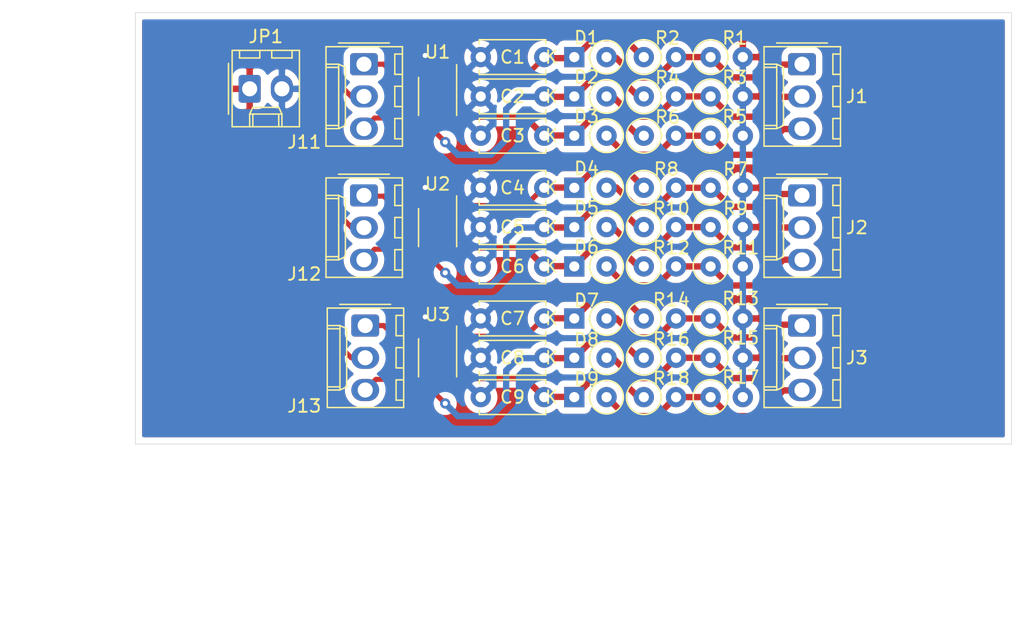
<source format=kicad_pcb>
(kicad_pcb (version 20171130) (host pcbnew 5.1.12-1.fc35)
  (layers (0 F.Cu signal) (31 B.Cu signal) (34 B.Paste user hide) (35 F.Paste user hide) (36 B.SilkS user) (37 F.SilkS user) (38 B.Mask user hide) (39 F.Mask user) (44 Edge.Cuts user))
  (net 0 "")
  (net 1 GND)
  (net 2 /+5v)
  (net 3 VCC)
  (net 4 "Net-(C1-Pad2)")
  (net 5 "Net-(C2-Pad2)")
  (net 6 "Net-(C3-Pad2)")
  (net 7 "Net-(C4-Pad2)")
  (net 8 "Net-(C5-Pad2)")
  (net 9 "Net-(C6-Pad2)")
  (net 10 "Net-(C7-Pad2)")
  (net 11 "Net-(C8-Pad2)")
  (net 12 "Net-(C9-Pad2)")
  (net 13 "Net-(D1-Pad2)")
  (net 14 "Net-(D2-Pad2)")
  (net 15 "Net-(D3-Pad2)")
  (net 16 "Net-(D4-Pad2)")
  (net 17 "Net-(D5-Pad2)")
  (net 18 "Net-(D6-Pad2)")
  (net 19 "Net-(D7-Pad2)")
  (net 20 "Net-(D8-Pad2)")
  (net 21 "Net-(D9-Pad2)")
  (net 22 "Net-(J11-Pad1)")
  (net 23 "Net-(J11-Pad2)")
  (net 24 "Net-(J11-Pad3)")
  (net 25 "Net-(J12-Pad3)")
  (net 26 "Net-(J12-Pad2)")
  (net 27 "Net-(J12-Pad1)")
  (net 28 "Net-(J13-Pad1)")
  (net 29 "Net-(J13-Pad2)")
  (net 30 "Net-(J13-Pad3)")
  (module Capacitor_THT:C_Disc_D5.0mm_W2.5mm_P5.00mm (layer F.Cu) (at 198.2 59.5)
    (fp_text reference C1 (at 2.5 0) (layer F.SilkS))
    (fp_text value 100nF)
    (pad 2 thru_hole circle (at 5 0) (size 1.6 1.6) (drill 0.8) (layers *.Cu *.Mask) (net 4 "Net-(C1-Pad2)"))
    (pad 1 thru_hole circle (at 0 0) (size 1.6 1.6) (drill 0.8) (layers *.Cu *.Mask) (net 1 GND))
  )
  (module Package_SO:SSOP-8_2.95x2.8mm_P0.65mm (layer F.Cu) (at 194.8 62.6 270)
    (fp_text reference U1 (at -3.5 0 180) (layer F.SilkS))
    (fp_text value 74LVC3G14)
    (pad 8 smd rect (at 1.7 -0.975 180) (size 0.3 1.6) (layers F.Cu F.Paste F.Mask) (net 3 VCC))
    (pad 7 smd rect (at 1.7 -0.325 180) (size 0.3 1.6) (layers F.Cu F.Paste F.Mask) (net 22 "Net-(J11-Pad1)"))
    (pad 6 smd rect (at 1.7 0.325 180) (size 0.3 1.6) (layers F.Cu F.Paste F.Mask) (net 5 "Net-(C2-Pad2)"))
    (pad 5 smd rect (at 1.7 0.975 180) (size 0.3 1.6) (layers F.Cu F.Paste F.Mask) (net 24 "Net-(J11-Pad3)"))
    (pad 4 smd rect (at -1.7 0.975 180) (size 0.3 1.6) (layers F.Cu F.Paste F.Mask) (net 1 GND))
    (pad 3 smd rect (at -1.7 0.325 180) (size 0.3 1.6) (layers F.Cu F.Paste F.Mask) (net 6 "Net-(C3-Pad2)"))
    (pad 2 smd rect (at -1.7 -0.325 180) (size 0.3 1.6) (layers F.Cu F.Paste F.Mask) (net 23 "Net-(J11-Pad2)"))
    (pad 1 smd rect (at -1.7 -0.975 180) (size 0.3 1.6) (layers F.Cu F.Paste F.Mask) (net 4 "Net-(C1-Pad2)"))
  )
  (module Resistor_THT:R_Axial_DIN0207_L6.3mm_D2.5mm_P2.54mm_Vertical (layer F.Cu) (at 216.3 59.5)
    (fp_text reference R1 (at 1.9 -1.5) (layer F.SilkS))
    (fp_text value 82K)
    (pad 2 thru_hole oval (at 2.54 0) (size 1.6 1.6) (drill 0.8) (layers *.Cu *.Mask) (net 2 /+5v))
    (pad 1 thru_hole circle (at 0 0) (size 1.6 1.6) (drill 0.8) (layers *.Cu *.Mask) (net 13 "Net-(D1-Pad2)"))
  )
  (module Resistor_THT:R_Axial_DIN0207_L6.3mm_D2.5mm_P2.54mm_Vertical (layer F.Cu) (at 211.041166 59.5)
    (fp_text reference R2 (at 1.858834 -1.5) (layer F.SilkS))
    (fp_text value 18K2)
    (pad 1 thru_hole circle (at 0 0) (size 1.6 1.6) (drill 0.8) (layers *.Cu *.Mask) (net 4 "Net-(C1-Pad2)"))
    (pad 2 thru_hole oval (at 2.54 0) (size 1.6 1.6) (drill 0.8) (layers *.Cu *.Mask) (net 13 "Net-(D1-Pad2)"))
  )
  (module Diode_THT:D_DO-35_SOD27_P2.54mm_Vertical_KathodeUp (layer F.Cu) (at 205.565833 59.5)
    (fp_text reference D1 (at 0.97 -1.526371) (layer F.SilkS))
    (fp_text value 1N4148)
    (fp_text user K (at -1.8 0) (layer F.SilkS))
    (pad 2 thru_hole oval (at 2.54 0) (size 1.6 1.6) (drill 0.8) (layers *.Cu *.Mask) (net 13 "Net-(D1-Pad2)"))
    (pad 1 thru_hole rect (at 0 0) (size 1.6 1.6) (drill 0.8) (layers *.Cu *.Mask) (net 4 "Net-(C1-Pad2)"))
  )
  (module Connector_Molex:Molex_KK-254_AE-6410-03A_1x03_P2.54mm_Vertical (layer F.Cu) (at 223.5 60.06 270)
    (fp_text reference J1 (at 2.54 -4.32 180) (layer F.SilkS))
    (fp_text value Sig_In)
    (pad 3 thru_hole oval (at 5.08 0 270) (size 1.74 2.19) (drill 1.19) (layers *.Cu *.Mask) (net 15 "Net-(D3-Pad2)"))
    (pad 2 thru_hole oval (at 2.54 0 270) (size 1.74 2.19) (drill 1.19) (layers *.Cu *.Mask) (net 14 "Net-(D2-Pad2)"))
    (pad 1 thru_hole roundrect (at 0 0 270) (size 1.74 2.19) (drill 1.19) (layers *.Cu *.Mask) (roundrect_rratio 0.143678) (net 13 "Net-(D1-Pad2)"))
  )
  (module Capacitor_THT:C_Disc_D5.0mm_W2.5mm_P5.00mm (layer F.Cu) (at 198.2 62.6)
    (fp_text reference C2 (at 2.5 0) (layer F.SilkS))
    (fp_text value 100nF)
    (pad 2 thru_hole circle (at 5 0) (size 1.6 1.6) (drill 0.8) (layers *.Cu *.Mask) (net 5 "Net-(C2-Pad2)"))
    (pad 1 thru_hole circle (at 0 0) (size 1.6 1.6) (drill 0.8) (layers *.Cu *.Mask) (net 1 GND))
  )
  (module Capacitor_THT:C_Disc_D5.0mm_W2.5mm_P5.00mm (layer F.Cu) (at 198.2 65.7)
    (fp_text reference C3 (at 2.5 0) (layer F.SilkS))
    (fp_text value 100nF)
    (pad 1 thru_hole circle (at 0 0) (size 1.6 1.6) (drill 0.8) (layers *.Cu *.Mask) (net 1 GND))
    (pad 2 thru_hole circle (at 5 0) (size 1.6 1.6) (drill 0.8) (layers *.Cu *.Mask) (net 6 "Net-(C3-Pad2)"))
  )
  (module Capacitor_THT:C_Disc_D5.0mm_W2.5mm_P5.00mm (layer F.Cu) (at 198.2 69.8)
    (fp_text reference C4 (at 2.5 0) (layer F.SilkS))
    (fp_text value 100nF)
    (pad 2 thru_hole circle (at 5 0) (size 1.6 1.6) (drill 0.8) (layers *.Cu *.Mask) (net 7 "Net-(C4-Pad2)"))
    (pad 1 thru_hole circle (at 0 0) (size 1.6 1.6) (drill 0.8) (layers *.Cu *.Mask) (net 1 GND))
  )
  (module Capacitor_THT:C_Disc_D5.0mm_W2.5mm_P5.00mm (layer F.Cu) (at 198.2 72.9)
    (fp_text reference C5 (at 2.5 0) (layer F.SilkS))
    (fp_text value 100nF)
    (pad 1 thru_hole circle (at 0 0) (size 1.6 1.6) (drill 0.8) (layers *.Cu *.Mask) (net 1 GND))
    (pad 2 thru_hole circle (at 5 0) (size 1.6 1.6) (drill 0.8) (layers *.Cu *.Mask) (net 8 "Net-(C5-Pad2)"))
  )
  (module Capacitor_THT:C_Disc_D5.0mm_W2.5mm_P5.00mm (layer F.Cu) (at 198.2 76)
    (fp_text reference C6 (at 2.5 0) (layer F.SilkS))
    (fp_text value 100nF)
    (pad 2 thru_hole circle (at 5 0) (size 1.6 1.6) (drill 0.8) (layers *.Cu *.Mask) (net 9 "Net-(C6-Pad2)"))
    (pad 1 thru_hole circle (at 0 0) (size 1.6 1.6) (drill 0.8) (layers *.Cu *.Mask) (net 1 GND))
  )
  (module Capacitor_THT:C_Disc_D5.0mm_W2.5mm_P5.00mm (layer F.Cu) (at 198.2 80.1)
    (fp_text reference C7 (at 2.5 0) (layer F.SilkS))
    (fp_text value 100nF)
    (pad 2 thru_hole circle (at 5 0) (size 1.6 1.6) (drill 0.8) (layers *.Cu *.Mask) (net 10 "Net-(C7-Pad2)"))
    (pad 1 thru_hole circle (at 0 0) (size 1.6 1.6) (drill 0.8) (layers *.Cu *.Mask) (net 1 GND))
  )
  (module Capacitor_THT:C_Disc_D5.0mm_W2.5mm_P5.00mm (layer F.Cu) (at 198.2 83.2)
    (fp_text reference C8 (at 2.5 0) (layer F.SilkS))
    (fp_text value 100nF)
    (pad 1 thru_hole circle (at 0 0) (size 1.6 1.6) (drill 0.8) (layers *.Cu *.Mask) (net 1 GND))
    (pad 2 thru_hole circle (at 5 0) (size 1.6 1.6) (drill 0.8) (layers *.Cu *.Mask) (net 11 "Net-(C8-Pad2)"))
  )
  (module Capacitor_THT:C_Disc_D5.0mm_W2.5mm_P5.00mm (layer F.Cu) (at 198.2 86.3)
    (fp_text reference C9 (at 2.5 0) (layer F.SilkS))
    (fp_text value 100nF)
    (pad 1 thru_hole circle (at 0 0) (size 1.6 1.6) (drill 0.8) (layers *.Cu *.Mask) (net 1 GND))
    (pad 2 thru_hole circle (at 5 0) (size 1.6 1.6) (drill 0.8) (layers *.Cu *.Mask) (net 12 "Net-(C9-Pad2)"))
  )
  (module Diode_THT:D_DO-35_SOD27_P2.54mm_Vertical_KathodeUp (layer F.Cu) (at 205.565833 62.6)
    (fp_text reference D2 (at 0.97 -1.526371) (layer F.SilkS))
    (fp_text value 1N4148)
    (fp_text user K (at -1.8 0) (layer F.SilkS))
    (pad 2 thru_hole oval (at 2.54 0) (size 1.6 1.6) (drill 0.8) (layers *.Cu *.Mask) (net 14 "Net-(D2-Pad2)"))
    (pad 1 thru_hole rect (at 0 0) (size 1.6 1.6) (drill 0.8) (layers *.Cu *.Mask) (net 5 "Net-(C2-Pad2)"))
  )
  (module Diode_THT:D_DO-35_SOD27_P2.54mm_Vertical_KathodeUp (layer F.Cu) (at 205.565833 65.7)
    (fp_text reference D3 (at 0.97 -1.526371) (layer F.SilkS))
    (fp_text value 1N4148)
    (fp_text user K (at -1.8 0) (layer F.SilkS))
    (pad 1 thru_hole rect (at 0 0) (size 1.6 1.6) (drill 0.8) (layers *.Cu *.Mask) (net 6 "Net-(C3-Pad2)"))
    (pad 2 thru_hole oval (at 2.54 0) (size 1.6 1.6) (drill 0.8) (layers *.Cu *.Mask) (net 15 "Net-(D3-Pad2)"))
  )
  (module Diode_THT:D_DO-35_SOD27_P2.54mm_Vertical_KathodeUp (layer F.Cu) (at 205.565833 69.8)
    (fp_text reference D4 (at 0.97 -1.526371) (layer F.SilkS))
    (fp_text value 1N4148)
    (fp_text user K (at -1.8 0) (layer F.SilkS))
    (pad 2 thru_hole oval (at 2.54 0) (size 1.6 1.6) (drill 0.8) (layers *.Cu *.Mask) (net 16 "Net-(D4-Pad2)"))
    (pad 1 thru_hole rect (at 0 0) (size 1.6 1.6) (drill 0.8) (layers *.Cu *.Mask) (net 7 "Net-(C4-Pad2)"))
  )
  (module Diode_THT:D_DO-35_SOD27_P2.54mm_Vertical_KathodeUp (layer F.Cu) (at 205.565833 72.9)
    (fp_text reference D5 (at 0.97 -1.526371) (layer F.SilkS))
    (fp_text value 1N4148)
    (fp_text user K (at -1.8 0) (layer F.SilkS))
    (pad 2 thru_hole oval (at 2.54 0) (size 1.6 1.6) (drill 0.8) (layers *.Cu *.Mask) (net 17 "Net-(D5-Pad2)"))
    (pad 1 thru_hole rect (at 0 0) (size 1.6 1.6) (drill 0.8) (layers *.Cu *.Mask) (net 8 "Net-(C5-Pad2)"))
  )
  (module Diode_THT:D_DO-35_SOD27_P2.54mm_Vertical_KathodeUp (layer F.Cu) (at 205.565833 76)
    (fp_text reference D6 (at 0.97 -1.526371) (layer F.SilkS))
    (fp_text value 1N4148)
    (fp_text user K (at -1.8 0) (layer F.SilkS))
    (pad 1 thru_hole rect (at 0 0) (size 1.6 1.6) (drill 0.8) (layers *.Cu *.Mask) (net 9 "Net-(C6-Pad2)"))
    (pad 2 thru_hole oval (at 2.54 0) (size 1.6 1.6) (drill 0.8) (layers *.Cu *.Mask) (net 18 "Net-(D6-Pad2)"))
  )
  (module Diode_THT:D_DO-35_SOD27_P2.54mm_Vertical_KathodeUp (layer F.Cu) (at 205.565833 80.1)
    (fp_text reference D7 (at 0.97 -1.426371) (layer F.SilkS))
    (fp_text value 1N4148)
    (fp_text user K (at -1.8 0) (layer F.SilkS))
    (pad 1 thru_hole rect (at 0 0) (size 1.6 1.6) (drill 0.8) (layers *.Cu *.Mask) (net 10 "Net-(C7-Pad2)"))
    (pad 2 thru_hole oval (at 2.54 0) (size 1.6 1.6) (drill 0.8) (layers *.Cu *.Mask) (net 19 "Net-(D7-Pad2)"))
  )
  (module Diode_THT:D_DO-35_SOD27_P2.54mm_Vertical_KathodeUp (layer F.Cu) (at 205.565833 83.2)
    (fp_text reference D8 (at 0.97 -1.426371) (layer F.SilkS))
    (fp_text value 1N4148)
    (fp_text user K (at -1.8 0) (layer F.SilkS))
    (pad 2 thru_hole oval (at 2.54 0) (size 1.6 1.6) (drill 0.8) (layers *.Cu *.Mask) (net 20 "Net-(D8-Pad2)"))
    (pad 1 thru_hole rect (at 0 0) (size 1.6 1.6) (drill 0.8) (layers *.Cu *.Mask) (net 11 "Net-(C8-Pad2)"))
  )
  (module Diode_THT:D_DO-35_SOD27_P2.54mm_Vertical_KathodeUp (layer F.Cu) (at 205.565833 86.3)
    (fp_text reference D9 (at 0.97 -1.426371) (layer F.SilkS))
    (fp_text value 1N4148)
    (fp_text user K (at -1.8 0) (layer F.SilkS))
    (pad 1 thru_hole rect (at 0 0) (size 1.6 1.6) (drill 0.8) (layers *.Cu *.Mask) (net 12 "Net-(C9-Pad2)"))
    (pad 2 thru_hole oval (at 2.54 0) (size 1.6 1.6) (drill 0.8) (layers *.Cu *.Mask) (net 21 "Net-(D9-Pad2)"))
  )
  (module Resistor_THT:R_Axial_DIN0207_L6.3mm_D2.5mm_P2.54mm_Vertical (layer F.Cu) (at 216.3 62.6)
    (fp_text reference R3 (at 1.9 -1.5) (layer F.SilkS))
    (fp_text value 82K)
    (pad 1 thru_hole circle (at 0 0) (size 1.6 1.6) (drill 0.8) (layers *.Cu *.Mask) (net 14 "Net-(D2-Pad2)"))
    (pad 2 thru_hole oval (at 2.54 0) (size 1.6 1.6) (drill 0.8) (layers *.Cu *.Mask) (net 2 /+5v))
  )
  (module Resistor_THT:R_Axial_DIN0207_L6.3mm_D2.5mm_P2.54mm_Vertical (layer F.Cu) (at 211.041166 62.6)
    (fp_text reference R4 (at 1.87 -1.47) (layer F.SilkS))
    (fp_text value 18K2)
    (pad 2 thru_hole oval (at 2.54 0) (size 1.6 1.6) (drill 0.8) (layers *.Cu *.Mask) (net 14 "Net-(D2-Pad2)"))
    (pad 1 thru_hole circle (at 0 0) (size 1.6 1.6) (drill 0.8) (layers *.Cu *.Mask) (net 5 "Net-(C2-Pad2)"))
  )
  (module Resistor_THT:R_Axial_DIN0207_L6.3mm_D2.5mm_P2.54mm_Vertical (layer F.Cu) (at 216.3 65.7)
    (fp_text reference R5 (at 1.9 -1.5) (layer F.SilkS))
    (fp_text value 82K)
    (pad 1 thru_hole circle (at 0 0) (size 1.6 1.6) (drill 0.8) (layers *.Cu *.Mask) (net 15 "Net-(D3-Pad2)"))
    (pad 2 thru_hole oval (at 2.54 0) (size 1.6 1.6) (drill 0.8) (layers *.Cu *.Mask) (net 2 /+5v))
  )
  (module Resistor_THT:R_Axial_DIN0207_L6.3mm_D2.5mm_P2.54mm_Vertical (layer F.Cu) (at 211.041166 65.7)
    (fp_text reference R6 (at 1.87 -1.47) (layer F.SilkS))
    (fp_text value 18K2)
    (pad 2 thru_hole oval (at 2.54 0) (size 1.6 1.6) (drill 0.8) (layers *.Cu *.Mask) (net 15 "Net-(D3-Pad2)"))
    (pad 1 thru_hole circle (at 0 0) (size 1.6 1.6) (drill 0.8) (layers *.Cu *.Mask) (net 6 "Net-(C3-Pad2)"))
  )
  (module Resistor_THT:R_Axial_DIN0207_L6.3mm_D2.5mm_P2.54mm_Vertical (layer F.Cu) (at 216.3 69.8)
    (fp_text reference R7 (at 1.97 -1.47) (layer F.SilkS))
    (fp_text value 82K)
    (pad 1 thru_hole circle (at 0 0) (size 1.6 1.6) (drill 0.8) (layers *.Cu *.Mask) (net 16 "Net-(D4-Pad2)"))
    (pad 2 thru_hole oval (at 2.54 0) (size 1.6 1.6) (drill 0.8) (layers *.Cu *.Mask) (net 2 /+5v))
  )
  (module Resistor_THT:R_Axial_DIN0207_L6.3mm_D2.5mm_P2.54mm_Vertical (layer F.Cu) (at 211.041166 69.8)
    (fp_text reference R8 (at 1.77 -1.47) (layer F.SilkS))
    (fp_text value 18K2)
    (pad 2 thru_hole oval (at 2.54 0) (size 1.6 1.6) (drill 0.8) (layers *.Cu *.Mask) (net 16 "Net-(D4-Pad2)"))
    (pad 1 thru_hole circle (at 0 0) (size 1.6 1.6) (drill 0.8) (layers *.Cu *.Mask) (net 7 "Net-(C4-Pad2)"))
  )
  (module Resistor_THT:R_Axial_DIN0207_L6.3mm_D2.5mm_P2.54mm_Vertical (layer F.Cu) (at 216.3 72.9)
    (fp_text reference R9 (at 1.97 -1.47) (layer F.SilkS))
    (fp_text value 82K)
    (pad 1 thru_hole circle (at 0 0) (size 1.6 1.6) (drill 0.8) (layers *.Cu *.Mask) (net 17 "Net-(D5-Pad2)"))
    (pad 2 thru_hole oval (at 2.54 0) (size 1.6 1.6) (drill 0.8) (layers *.Cu *.Mask) (net 2 /+5v))
  )
  (module Resistor_THT:R_Axial_DIN0207_L6.3mm_D2.5mm_P2.54mm_Vertical (layer F.Cu) (at 211.041166 72.9)
    (fp_text reference R10 (at 2.17 -1.47) (layer F.SilkS))
    (fp_text value 18K2)
    (pad 2 thru_hole oval (at 2.54 0) (size 1.6 1.6) (drill 0.8) (layers *.Cu *.Mask) (net 17 "Net-(D5-Pad2)"))
    (pad 1 thru_hole circle (at 0 0) (size 1.6 1.6) (drill 0.8) (layers *.Cu *.Mask) (net 8 "Net-(C5-Pad2)"))
  )
  (module Resistor_THT:R_Axial_DIN0207_L6.3mm_D2.5mm_P2.54mm_Vertical (layer F.Cu) (at 216.3 76)
    (fp_text reference R11 (at 2.37 -1.47) (layer F.SilkS))
    (fp_text value 82K)
    (pad 1 thru_hole circle (at 0 0) (size 1.6 1.6) (drill 0.8) (layers *.Cu *.Mask) (net 18 "Net-(D6-Pad2)"))
    (pad 2 thru_hole oval (at 2.54 0) (size 1.6 1.6) (drill 0.8) (layers *.Cu *.Mask) (net 2 /+5v))
  )
  (module Resistor_THT:R_Axial_DIN0207_L6.3mm_D2.5mm_P2.54mm_Vertical (layer F.Cu) (at 211.041166 76)
    (fp_text reference R12 (at 2.17 -1.47) (layer F.SilkS))
    (fp_text value 18K2)
    (pad 1 thru_hole circle (at 0 0) (size 1.6 1.6) (drill 0.8) (layers *.Cu *.Mask) (net 9 "Net-(C6-Pad2)"))
    (pad 2 thru_hole oval (at 2.54 0) (size 1.6 1.6) (drill 0.8) (layers *.Cu *.Mask) (net 18 "Net-(D6-Pad2)"))
  )
  (module Resistor_THT:R_Axial_DIN0207_L6.3mm_D2.5mm_P2.54mm_Vertical (layer F.Cu) (at 216.3 80.1)
    (fp_text reference R13 (at 2.37 -1.57) (layer F.SilkS))
    (fp_text value 82K)
    (pad 1 thru_hole circle (at 0 0) (size 1.6 1.6) (drill 0.8) (layers *.Cu *.Mask) (net 19 "Net-(D7-Pad2)"))
    (pad 2 thru_hole oval (at 2.54 0) (size 1.6 1.6) (drill 0.8) (layers *.Cu *.Mask) (net 2 /+5v))
  )
  (module Resistor_THT:R_Axial_DIN0207_L6.3mm_D2.5mm_P2.54mm_Vertical (layer F.Cu) (at 211.041166 80.1)
    (fp_text reference R14 (at 2.17 -1.47) (layer F.SilkS))
    (fp_text value 18K2)
    (pad 2 thru_hole oval (at 2.54 0) (size 1.6 1.6) (drill 0.8) (layers *.Cu *.Mask) (net 19 "Net-(D7-Pad2)"))
    (pad 1 thru_hole circle (at 0 0) (size 1.6 1.6) (drill 0.8) (layers *.Cu *.Mask) (net 10 "Net-(C7-Pad2)"))
  )
  (module Resistor_THT:R_Axial_DIN0207_L6.3mm_D2.5mm_P2.54mm_Vertical (layer F.Cu) (at 216.3 83.2)
    (fp_text reference R15 (at 2.37 -1.57) (layer F.SilkS))
    (fp_text value 82K)
    (pad 1 thru_hole circle (at 0 0) (size 1.6 1.6) (drill 0.8) (layers *.Cu *.Mask) (net 20 "Net-(D8-Pad2)"))
    (pad 2 thru_hole oval (at 2.54 0) (size 1.6 1.6) (drill 0.8) (layers *.Cu *.Mask) (net 2 /+5v))
  )
  (module Resistor_THT:R_Axial_DIN0207_L6.3mm_D2.5mm_P2.54mm_Vertical (layer F.Cu) (at 211.041166 83.2)
    (fp_text reference R16 (at 2.17 -1.47) (layer F.SilkS))
    (fp_text value 18K2)
    (pad 2 thru_hole oval (at 2.54 0) (size 1.6 1.6) (drill 0.8) (layers *.Cu *.Mask) (net 20 "Net-(D8-Pad2)"))
    (pad 1 thru_hole circle (at 0 0) (size 1.6 1.6) (drill 0.8) (layers *.Cu *.Mask) (net 11 "Net-(C8-Pad2)"))
  )
  (module Resistor_THT:R_Axial_DIN0207_L6.3mm_D2.5mm_P2.54mm_Vertical (layer F.Cu) (at 216.3 86.3)
    (fp_text reference R17 (at 2.37 -1.57) (layer F.SilkS))
    (fp_text value 82K)
    (pad 2 thru_hole oval (at 2.54 0) (size 1.6 1.6) (drill 0.8) (layers *.Cu *.Mask) (net 2 /+5v))
    (pad 1 thru_hole circle (at 0 0) (size 1.6 1.6) (drill 0.8) (layers *.Cu *.Mask) (net 21 "Net-(D9-Pad2)"))
  )
  (module Resistor_THT:R_Axial_DIN0207_L6.3mm_D2.5mm_P2.54mm_Vertical (layer F.Cu) (at 211.041166 86.3)
    (fp_text reference R18 (at 2.17 -1.47) (layer F.SilkS))
    (fp_text value 18K2)
    (pad 2 thru_hole oval (at 2.54 0) (size 1.6 1.6) (drill 0.8) (layers *.Cu *.Mask) (net 21 "Net-(D9-Pad2)"))
    (pad 1 thru_hole circle (at 0 0) (size 1.6 1.6) (drill 0.8) (layers *.Cu *.Mask) (net 12 "Net-(C9-Pad2)"))
  )
  (module Package_SO:SSOP-8_2.95x2.8mm_P0.65mm (layer F.Cu) (at 194.8 72.94 270)
    (fp_text reference U2 (at -3.44 0 180) (layer F.SilkS))
    (fp_text value 74LVC3G14)
    (pad 1 smd rect (at -1.7 -0.975 180) (size 0.3 1.6) (layers F.Cu F.Paste F.Mask) (net 7 "Net-(C4-Pad2)"))
    (pad 2 smd rect (at -1.7 -0.325 180) (size 0.3 1.6) (layers F.Cu F.Paste F.Mask) (net 26 "Net-(J12-Pad2)"))
    (pad 3 smd rect (at -1.7 0.325 180) (size 0.3 1.6) (layers F.Cu F.Paste F.Mask) (net 9 "Net-(C6-Pad2)"))
    (pad 4 smd rect (at -1.7 0.975 180) (size 0.3 1.6) (layers F.Cu F.Paste F.Mask) (net 1 GND))
    (pad 5 smd rect (at 1.7 0.975 180) (size 0.3 1.6) (layers F.Cu F.Paste F.Mask) (net 25 "Net-(J12-Pad3)"))
    (pad 6 smd rect (at 1.7 0.325 180) (size 0.3 1.6) (layers F.Cu F.Paste F.Mask) (net 8 "Net-(C5-Pad2)"))
    (pad 7 smd rect (at 1.7 -0.325 180) (size 0.3 1.6) (layers F.Cu F.Paste F.Mask) (net 27 "Net-(J12-Pad1)"))
    (pad 8 smd rect (at 1.7 -0.975 180) (size 0.3 1.6) (layers F.Cu F.Paste F.Mask) (net 3 VCC))
  )
  (module Package_SO:SSOP-8_2.95x2.8mm_P0.65mm (layer F.Cu) (at 194.8 83.2 270)
    (fp_text reference U3 (at -3.4 0 180) (layer F.SilkS))
    (fp_text value 74LVC3G14)
    (pad 8 smd rect (at 1.7 -0.975 180) (size 0.3 1.6) (layers F.Cu F.Paste F.Mask) (net 3 VCC))
    (pad 7 smd rect (at 1.7 -0.325 180) (size 0.3 1.6) (layers F.Cu F.Paste F.Mask) (net 28 "Net-(J13-Pad1)"))
    (pad 6 smd rect (at 1.7 0.325 180) (size 0.3 1.6) (layers F.Cu F.Paste F.Mask) (net 11 "Net-(C8-Pad2)"))
    (pad 5 smd rect (at 1.7 0.975 180) (size 0.3 1.6) (layers F.Cu F.Paste F.Mask) (net 30 "Net-(J13-Pad3)"))
    (pad 4 smd rect (at -1.7 0.975 180) (size 0.3 1.6) (layers F.Cu F.Paste F.Mask) (net 1 GND))
    (pad 3 smd rect (at -1.7 0.325 180) (size 0.3 1.6) (layers F.Cu F.Paste F.Mask) (net 12 "Net-(C9-Pad2)"))
    (pad 2 smd rect (at -1.7 -0.325 180) (size 0.3 1.6) (layers F.Cu F.Paste F.Mask) (net 29 "Net-(J13-Pad2)"))
    (pad 1 smd rect (at -1.7 -0.975 180) (size 0.3 1.6) (layers F.Cu F.Paste F.Mask) (net 10 "Net-(C7-Pad2)"))
  )
  (module Connector_Molex:Molex_KK-254_AE-6410-02A_1x02_P2.54mm_Vertical (layer F.Cu) (at 180 62)
    (fp_text reference JP1 (at 1.27 -4.12) (layer F.SilkS))
    (fp_text value Pwr)
    (pad 1 thru_hole roundrect (at 0 0) (size 1.74 2.19) (drill 1.19) (layers *.Cu *.Mask) (roundrect_rratio 0.143678) (net 2 /+5v))
    (pad 2 thru_hole oval (at 2.54 0) (size 1.74 2.19) (drill 1.19) (layers *.Cu *.Mask) (net 1 GND))
  )
  (module Connector_Molex:Molex_KK-254_AE-6410-03A_1x03_P2.54mm_Vertical (layer F.Cu) (at 189.1 80.66 270)
    (fp_text reference J13 (at 6.34 4.8 180) (layer F.SilkS))
    (fp_text value Trig_Out)
    (pad 1 thru_hole roundrect (at 0 0 270) (size 1.74 2.19) (drill 1.19) (layers *.Cu *.Mask) (roundrect_rratio 0.143678) (net 28 "Net-(J13-Pad1)"))
    (pad 2 thru_hole oval (at 2.54 0 270) (size 1.74 2.19) (drill 1.19) (layers *.Cu *.Mask) (net 29 "Net-(J13-Pad2)"))
    (pad 3 thru_hole oval (at 5.08 0 270) (size 1.74 2.19) (drill 1.19) (layers *.Cu *.Mask) (net 30 "Net-(J13-Pad3)"))
  )
  (module Connector_Molex:Molex_KK-254_AE-6410-03A_1x03_P2.54mm_Vertical (layer F.Cu) (at 189 60.06 270)
    (fp_text reference J11 (at 6.14 4.7 180) (layer F.SilkS))
    (fp_text value Trig_Out)
    (pad 1 thru_hole roundrect (at 0 0 270) (size 1.74 2.19) (drill 1.19) (layers *.Cu *.Mask) (roundrect_rratio 0.143678) (net 22 "Net-(J11-Pad1)"))
    (pad 2 thru_hole oval (at 2.54 0 270) (size 1.74 2.19) (drill 1.19) (layers *.Cu *.Mask) (net 23 "Net-(J11-Pad2)"))
    (pad 3 thru_hole oval (at 5.08 0 270) (size 1.74 2.19) (drill 1.19) (layers *.Cu *.Mask) (net 24 "Net-(J11-Pad3)"))
  )
  (module Connector_Molex:Molex_KK-254_AE-6410-03A_1x03_P2.54mm_Vertical (layer F.Cu) (at 189 70.4 270)
    (fp_text reference J12 (at 6.2 4.7 180) (layer F.SilkS))
    (fp_text value Trig_Out)
    (pad 3 thru_hole oval (at 5.08 0 270) (size 1.74 2.19) (drill 1.19) (layers *.Cu *.Mask) (net 25 "Net-(J12-Pad3)"))
    (pad 2 thru_hole oval (at 2.54 0 270) (size 1.74 2.19) (drill 1.19) (layers *.Cu *.Mask) (net 26 "Net-(J12-Pad2)"))
    (pad 1 thru_hole roundrect (at 0 0 270) (size 1.74 2.19) (drill 1.19) (layers *.Cu *.Mask) (roundrect_rratio 0.143678) (net 27 "Net-(J12-Pad1)"))
  )
  (module Connector_Molex:Molex_KK-254_AE-6410-03A_1x03_P2.54mm_Vertical (layer F.Cu) (at 223.5 70.4 270)
    (fp_text reference J2 (at 2.54 -4.32) (layer F.SilkS))
    (fp_text value Sig_In)
    (pad 3 thru_hole oval (at 5.08 0 270) (size 1.74 2.19) (drill 1.19) (layers *.Cu *.Mask) (net 18 "Net-(D6-Pad2)"))
    (pad 2 thru_hole oval (at 2.54 0 270) (size 1.74 2.19) (drill 1.19) (layers *.Cu *.Mask) (net 17 "Net-(D5-Pad2)"))
    (pad 1 thru_hole roundrect (at 0 0 270) (size 1.74 2.19) (drill 1.19) (layers *.Cu *.Mask) (roundrect_rratio 0.143678) (net 16 "Net-(D4-Pad2)"))
  )
  (module Connector_Molex:Molex_KK-254_AE-6410-03A_1x03_P2.54mm_Vertical (layer F.Cu) (at 223.5 80.66 270)
    (fp_text reference J3 (at 2.54 -4.32 180) (layer F.SilkS))
    (fp_text value Sig_In)
    (pad 1 thru_hole roundrect (at 0 0 270) (size 1.74 2.19) (drill 1.19) (layers *.Cu *.Mask) (roundrect_rratio 0.143678) (net 19 "Net-(D7-Pad2)"))
    (pad 2 thru_hole oval (at 2.54 0 270) (size 1.74 2.19) (drill 1.19) (layers *.Cu *.Mask) (net 20 "Net-(D8-Pad2)"))
    (pad 3 thru_hole oval (at 5.08 0 270) (size 1.74 2.19) (drill 1.19) (layers *.Cu *.Mask) (net 21 "Net-(D9-Pad2)"))
  )
  (gr_line (start 171 90) (end 240 90) (layer Edge.Cuts) (width 0.05))
  (gr_line (start 240 90) (end 240 56) (layer Edge.Cuts) (width 0.05))
  (gr_line (start 171 90) (end 171 56) (layer Edge.Cuts) (width 0.05))
  (gr_line (start 171 56) (end 240 56) (layer Edge.Cuts) (width 0.05))
  (segment (start 193.825 81.5) (end 193.825 79.97499) (width 0.4) (layer F.Cu) (net 1))
  (via (at 193.825 79.97499) (size 0.8) (drill 0.4) (layers F.Cu B.Cu) (net 1))
  (segment (start 193.825 71.3) (end 193.825 69.77499) (width 0.4) (layer F.Cu) (net 1))
  (via (at 193.825 69.77499) (size 0.8) (drill 0.4) (layers F.Cu B.Cu) (net 1))
  (segment (start 193.825 60.9) (end 193.825 59.37499) (width 0.4) (layer F.Cu) (net 1))
  (via (at 193.825 59.37499) (size 0.8) (drill 0.4) (layers F.Cu B.Cu) (net 1))
  (segment (start 218.84 59.8) (end 218.84 86) (width 0.5) (layer B.Cu) (net 2))
  (segment (start 203.148888 59.583) (end 205.565833 59.583) (width 0.5) (layer F.Cu) (net 4))
  (segment (start 201.731888 61) (end 203.148888 59.583) (width 0.4) (layer F.Cu) (net 4))
  (segment (start 195.875 61) (end 201.731888 61) (width 0.4) (layer F.Cu) (net 4))
  (segment (start 209.458166 58) (end 211.041166 59.583) (width 0.5) (layer F.Cu) (net 4))
  (segment (start 207.148833 58) (end 209.458166 58) (width 0.5) (layer F.Cu) (net 4))
  (segment (start 205.565833 59.583) (end 207.148833 58) (width 0.5) (layer F.Cu) (net 4))
  (segment (start 205.565833 62.631) (end 203.148888 62.631) (width 0.5) (layer F.Cu) (net 5))
  (segment (start 194.475 64.3) (end 194.475 65.275) (width 0.4) (layer F.Cu) (net 5))
  (segment (start 207.096833 61.1) (end 209.1 61.1) (width 0.5) (layer F.Cu) (net 5))
  (segment (start 209.1 61.1) (end 210.631 62.631) (width 0.5) (layer F.Cu) (net 5))
  (segment (start 210.631 62.631) (end 211.041166 62.631) (width 0.5) (layer F.Cu) (net 5))
  (segment (start 211.041166 62.631) (end 210.766 62.631) (width 0.5) (layer F.Cu) (net 5))
  (segment (start 203.148888 62.631) (end 201.169 62.631) (width 0.5) (layer B.Cu) (net 5))
  (segment (start 201.169 62.631) (end 200.2 63.6) (width 0.5) (layer B.Cu) (net 5))
  (segment (start 200.2 63.6) (end 200.2 66) (width 0.5) (layer B.Cu) (net 5))
  (segment (start 196.4 67.2) (end 195.4 66.2) (width 0.5) (layer B.Cu) (net 5))
  (via (at 195.4 66.2) (size 0.8) (drill 0.4) (layers F.Cu B.Cu) (net 5))
  (segment (start 194.475 65.275) (end 195.4 66.2) (width 0.4) (layer F.Cu) (net 5))
  (segment (start 200.2 66) (end 199 67.2) (width 0.5) (layer B.Cu) (net 5))
  (segment (start 205.565833 62.631) (end 207.096833 61.1) (width 0.5) (layer F.Cu) (net 5))
  (segment (start 199 67.2) (end 196.4 67.2) (width 0.5) (layer B.Cu) (net 5))
  (segment (start 194.624989 62.349989) (end 194.475 62.2) (width 0.5) (layer F.Cu) (net 6))
  (segment (start 205.565833 65.679) (end 203.148888 65.679) (width 0.5) (layer F.Cu) (net 6))
  (segment (start 209.1 64.2) (end 207.044833 64.2) (width 0.5) (layer F.Cu) (net 6))
  (segment (start 194.475 62.2) (end 194.475 60.9) (width 0.5) (layer F.Cu) (net 6))
  (segment (start 195.749989 62.349989) (end 194.624989 62.349989) (width 0.5) (layer F.Cu) (net 6))
  (segment (start 201.669888 64.2) (end 197.6 64.2) (width 0.5) (layer F.Cu) (net 6))
  (segment (start 203.148888 65.679) (end 201.669888 64.2) (width 0.5) (layer F.Cu) (net 6))
  (segment (start 207.044833 64.2) (end 205.565833 65.679) (width 0.5) (layer F.Cu) (net 6))
  (segment (start 197.6 64.2) (end 195.749989 62.349989) (width 0.5) (layer F.Cu) (net 6))
  (segment (start 210.579 65.679) (end 209.1 64.2) (width 0.5) (layer F.Cu) (net 6))
  (segment (start 210.7025 65.679) (end 210.579 65.679) (width 0.5) (layer F.Cu) (net 6))
  (segment (start 201.731888 71.2) (end 203.148888 69.783) (width 0.4) (layer F.Cu) (net 7))
  (segment (start 195.875 71.2) (end 201.731888 71.2) (width 0.4) (layer F.Cu) (net 7))
  (segment (start 207.148833 68.3) (end 209.458166 68.3) (width 0.5) (layer F.Cu) (net 7))
  (segment (start 205.665833 69.783) (end 207.148833 68.3) (width 0.5) (layer F.Cu) (net 7))
  (segment (start 203.148888 69.783) (end 205.665833 69.783) (width 0.5) (layer F.Cu) (net 7))
  (segment (start 209.558166 68.3) (end 211.041166 69.783) (width 0.5) (layer F.Cu) (net 7))
  (segment (start 209.458166 68.3) (end 209.558166 68.3) (width 0.5) (layer F.Cu) (net 7))
  (segment (start 205.565833 72.931) (end 203.148888 72.931) (width 0.5) (layer F.Cu) (net 8))
  (segment (start 194.475 74.6) (end 194.475 75.575) (width 0.4) (layer F.Cu) (net 8))
  (segment (start 207.096833 71.4) (end 209.1 71.4) (width 0.5) (layer F.Cu) (net 8))
  (segment (start 209.1 71.4) (end 210.631 72.931) (width 0.5) (layer F.Cu) (net 8))
  (segment (start 210.631 72.931) (end 211.041166 72.931) (width 0.5) (layer F.Cu) (net 8))
  (segment (start 211.041166 72.931) (end 210.766 72.931) (width 0.5) (layer F.Cu) (net 8))
  (segment (start 203.148888 72.931) (end 201.169 72.931) (width 0.5) (layer B.Cu) (net 8))
  (segment (start 201.169 72.931) (end 200.2 73.9) (width 0.5) (layer B.Cu) (net 8))
  (segment (start 200.2 73.9) (end 200.2 76.3) (width 0.5) (layer B.Cu) (net 8))
  (segment (start 196.4 77.5) (end 195.4 76.5) (width 0.5) (layer B.Cu) (net 8))
  (via (at 195.4 76.5) (size 0.8) (drill 0.4) (layers F.Cu B.Cu) (net 8))
  (segment (start 194.475 75.575) (end 195.4 76.5) (width 0.4) (layer F.Cu) (net 8))
  (segment (start 200.2 76.3) (end 199 77.5) (width 0.5) (layer B.Cu) (net 8))
  (segment (start 205.565833 72.931) (end 207.096833 71.4) (width 0.5) (layer F.Cu) (net 8))
  (segment (start 199 77.5) (end 196.4 77.5) (width 0.5) (layer B.Cu) (net 8))
  (segment (start 209.1 74.5) (end 210.579 75.979) (width 0.5) (layer F.Cu) (net 9))
  (segment (start 207.044833 74.5) (end 209.1 74.5) (width 0.5) (layer F.Cu) (net 9))
  (segment (start 210.579 75.979) (end 211.041166 75.979) (width 0.5) (layer F.Cu) (net 9))
  (segment (start 203.148888 75.979) (end 201.669888 74.5) (width 0.5) (layer F.Cu) (net 9))
  (segment (start 195.8 72.7) (end 194.775 72.7) (width 0.5) (layer F.Cu) (net 9))
  (segment (start 201.669888 74.5) (end 197.6 74.5) (width 0.5) (layer F.Cu) (net 9))
  (segment (start 194.475 72.4) (end 194.475 71.2) (width 0.5) (layer F.Cu) (net 9))
  (segment (start 197.6 74.5) (end 195.8 72.7) (width 0.5) (layer F.Cu) (net 9))
  (segment (start 194.775 72.7) (end 194.475 72.4) (width 0.5) (layer F.Cu) (net 9))
  (segment (start 210.7025 75.979) (end 211.041166 75.979) (width 0.5) (layer F.Cu) (net 9))
  (segment (start 203.148888 75.979) (end 205.565833 75.979) (width 0.5) (layer F.Cu) (net 9))
  (segment (start 205.565833 75.979) (end 207.044833 74.5) (width 0.5) (layer F.Cu) (net 9))
  (segment (start 201.731888 81.5) (end 203.148888 80.083) (width 0.4) (layer F.Cu) (net 10))
  (segment (start 195.875 81.5) (end 201.731888 81.5) (width 0.4) (layer F.Cu) (net 10))
  (segment (start 209.558166 78.6) (end 211.041166 80.083) (width 0.5) (layer F.Cu) (net 10))
  (segment (start 207.048833 78.6) (end 209.558166 78.6) (width 0.5) (layer F.Cu) (net 10))
  (segment (start 205.565833 80.083) (end 207.048833 78.6) (width 0.5) (layer F.Cu) (net 10))
  (segment (start 203.148888 80.083) (end 205.565833 80.083) (width 0.5) (layer F.Cu) (net 10))
  (segment (start 205.565833 83.231) (end 203.148888 83.231) (width 0.5) (layer F.Cu) (net 11))
  (segment (start 194.475 84.9) (end 194.475 85.875) (width 0.4) (layer F.Cu) (net 11))
  (segment (start 207.096833 81.7) (end 209.1 81.7) (width 0.5) (layer F.Cu) (net 11))
  (segment (start 209.1 81.7) (end 210.631 83.231) (width 0.5) (layer F.Cu) (net 11))
  (segment (start 210.631 83.231) (end 211.041166 83.231) (width 0.5) (layer F.Cu) (net 11))
  (segment (start 211.041166 83.231) (end 210.766 83.231) (width 0.5) (layer F.Cu) (net 11))
  (segment (start 203.148888 83.231) (end 201.169 83.231) (width 0.5) (layer B.Cu) (net 11))
  (segment (start 201.169 83.231) (end 200.2 84.2) (width 0.5) (layer B.Cu) (net 11))
  (segment (start 200.2 84.2) (end 200.2 86.6) (width 0.5) (layer B.Cu) (net 11))
  (segment (start 196.4 87.8) (end 195.4 86.8) (width 0.5) (layer B.Cu) (net 11))
  (via (at 195.4 86.8) (size 0.8) (drill 0.4) (layers F.Cu B.Cu) (net 11))
  (segment (start 194.475 85.875) (end 195.4 86.8) (width 0.4) (layer F.Cu) (net 11))
  (segment (start 200.2 86.6) (end 199 87.8) (width 0.5) (layer B.Cu) (net 11))
  (segment (start 205.565833 83.231) (end 207.096833 81.7) (width 0.5) (layer F.Cu) (net 11))
  (segment (start 199 87.8) (end 196.4 87.8) (width 0.5) (layer B.Cu) (net 11))
  (segment (start 194.475 82.8) (end 194.475 81.5) (width 0.5) (layer F.Cu) (net 12))
  (segment (start 197.6 84.8) (end 195.749989 82.949989) (width 0.5) (layer F.Cu) (net 12))
  (segment (start 205.565833 86.279) (end 203.148888 86.279) (width 0.5) (layer F.Cu) (net 12))
  (segment (start 194.624989 82.949989) (end 194.475 82.8) (width 0.5) (layer F.Cu) (net 12))
  (segment (start 203.148888 86.279) (end 201.669888 84.8) (width 0.5) (layer F.Cu) (net 12))
  (segment (start 209.1 84.8) (end 207.044833 84.8) (width 0.5) (layer F.Cu) (net 12))
  (segment (start 201.669888 84.8) (end 197.6 84.8) (width 0.5) (layer F.Cu) (net 12))
  (segment (start 210.579 86.279) (end 209.1 84.8) (width 0.5) (layer F.Cu) (net 12))
  (segment (start 210.7025 86.279) (end 210.579 86.279) (width 0.5) (layer F.Cu) (net 12))
  (segment (start 207.044833 84.8) (end 205.565833 86.279) (width 0.5) (layer F.Cu) (net 12))
  (segment (start 195.749989 82.949989) (end 194.624989 82.949989) (width 0.5) (layer F.Cu) (net 12))
  (segment (start 221.409 60.091) (end 223.5 60.091) (width 0.5) (layer F.Cu) (net 13))
  (segment (start 216.3 59.5) (end 217.9 61.1) (width 0.5) (layer F.Cu) (net 13))
  (segment (start 220.4 61.1) (end 221.409 60.091) (width 0.5) (layer F.Cu) (net 13))
  (segment (start 217.9 61.1) (end 220.4 61.1) (width 0.5) (layer F.Cu) (net 13))
  (segment (start 212.064166 61.1) (end 213.664166 59.5) (width 0.5) (layer F.Cu) (net 13))
  (segment (start 210.4 61.1) (end 212.064166 61.1) (width 0.5) (layer F.Cu) (net 13))
  (segment (start 208.883 59.583) (end 210.4 61.1) (width 0.5) (layer F.Cu) (net 13))
  (segment (start 213.664166 59.5) (end 216.3 59.5) (width 0.5) (layer F.Cu) (net 13))
  (segment (start 208.105833 59.583) (end 208.883 59.583) (width 0.5) (layer F.Cu) (net 13))
  (segment (start 220 64.2) (end 221.569 62.631) (width 0.5) (layer F.Cu) (net 14))
  (segment (start 217.9 64.2) (end 220 64.2) (width 0.5) (layer F.Cu) (net 14))
  (segment (start 216.3 62.6) (end 217.9 64.2) (width 0.5) (layer F.Cu) (net 14))
  (segment (start 213.612166 62.6) (end 216.3 62.6) (width 0.5) (layer F.Cu) (net 14))
  (segment (start 210.2 64.2) (end 212.012166 64.2) (width 0.5) (layer F.Cu) (net 14))
  (segment (start 212.012166 64.2) (end 213.612166 62.6) (width 0.5) (layer F.Cu) (net 14))
  (segment (start 208.631 62.631) (end 210.2 64.2) (width 0.5) (layer F.Cu) (net 14))
  (segment (start 221.569 62.631) (end 223.5 62.631) (width 0.5) (layer F.Cu) (net 14))
  (segment (start 208.105833 62.631) (end 208.631 62.631) (width 0.5) (layer F.Cu) (net 14))
  (segment (start 222.029 65.171) (end 223.5 65.171) (width 0.5) (layer F.Cu) (net 15))
  (segment (start 220 67.2) (end 222.029 65.171) (width 0.5) (layer F.Cu) (net 15))
  (segment (start 216.3 65.7) (end 217.8 67.2) (width 0.5) (layer F.Cu) (net 15))
  (segment (start 217.8 67.2) (end 220 67.2) (width 0.5) (layer F.Cu) (net 15))
  (segment (start 213.560166 65.7) (end 216.3 65.7) (width 0.5) (layer F.Cu) (net 15))
  (segment (start 212.060166 67.2) (end 213.560166 65.7) (width 0.5) (layer F.Cu) (net 15))
  (segment (start 209.626833 67.2) (end 212.060166 67.2) (width 0.5) (layer F.Cu) (net 15))
  (segment (start 208.105833 65.679) (end 209.626833 67.2) (width 0.5) (layer F.Cu) (net 15))
  (segment (start 220.4 71.3) (end 221.409 70.291) (width 0.5) (layer F.Cu) (net 16))
  (segment (start 217.9 71.3) (end 220.4 71.3) (width 0.5) (layer F.Cu) (net 16))
  (segment (start 221.409 70.291) (end 223.5 70.291) (width 0.5) (layer F.Cu) (net 16))
  (segment (start 216.4 69.8) (end 217.9 71.3) (width 0.5) (layer F.Cu) (net 16))
  (segment (start 213.581166 69.8) (end 216.4 69.8) (width 0.5) (layer F.Cu) (net 16))
  (segment (start 212.081166 71.3) (end 213.581166 69.8) (width 0.5) (layer F.Cu) (net 16))
  (segment (start 210.4 71.3) (end 212.081166 71.3) (width 0.5) (layer F.Cu) (net 16))
  (segment (start 208.883 69.783) (end 210.4 71.3) (width 0.5) (layer F.Cu) (net 16))
  (segment (start 208.105833 69.783) (end 208.883 69.783) (width 0.5) (layer F.Cu) (net 16))
  (segment (start 220 74.5) (end 221.569 72.931) (width 0.5) (layer F.Cu) (net 17))
  (segment (start 221.569 72.931) (end 223.5 72.931) (width 0.5) (layer F.Cu) (net 17))
  (segment (start 213.612166 72.9) (end 216.3 72.9) (width 0.5) (layer F.Cu) (net 17))
  (segment (start 210.2 74.5) (end 212.012166 74.5) (width 0.5) (layer F.Cu) (net 17))
  (segment (start 212.012166 74.5) (end 213.612166 72.9) (width 0.5) (layer F.Cu) (net 17))
  (segment (start 208.105833 72.931) (end 208.631 72.931) (width 0.5) (layer F.Cu) (net 17))
  (segment (start 216.3 72.9) (end 217.9 74.5) (width 0.5) (layer F.Cu) (net 17))
  (segment (start 217.9 74.5) (end 220 74.5) (width 0.5) (layer F.Cu) (net 17))
  (segment (start 208.631 72.931) (end 210.2 74.5) (width 0.5) (layer F.Cu) (net 17))
  (segment (start 212.060166 77.5) (end 213.560166 76) (width 0.5) (layer F.Cu) (net 18))
  (segment (start 208.105833 75.979) (end 209.626833 77.5) (width 0.5) (layer F.Cu) (net 18))
  (segment (start 213.560166 76) (end 216.3 76) (width 0.5) (layer F.Cu) (net 18))
  (segment (start 209.626833 77.5) (end 212.060166 77.5) (width 0.5) (layer F.Cu) (net 18))
  (segment (start 216.3 76) (end 217.8 77.5) (width 0.5) (layer F.Cu) (net 18))
  (segment (start 222.029 75.471) (end 223.5 75.471) (width 0.5) (layer F.Cu) (net 18))
  (segment (start 220 77.5) (end 222.029 75.471) (width 0.5) (layer F.Cu) (net 18))
  (segment (start 217.8 77.5) (end 220 77.5) (width 0.5) (layer F.Cu) (net 18))
  (segment (start 220.4 81.6) (end 221.409 80.591) (width 0.5) (layer F.Cu) (net 19))
  (segment (start 217.9 81.6) (end 220.4 81.6) (width 0.5) (layer F.Cu) (net 19))
  (segment (start 216.4 80.1) (end 217.9 81.6) (width 0.5) (layer F.Cu) (net 19))
  (segment (start 213.581166 80.1) (end 216.4 80.1) (width 0.5) (layer F.Cu) (net 19))
  (segment (start 212.081166 81.6) (end 213.581166 80.1) (width 0.5) (layer F.Cu) (net 19))
  (segment (start 221.409 80.591) (end 223.5 80.591) (width 0.5) (layer F.Cu) (net 19))
  (segment (start 210.4 81.6) (end 212.081166 81.6) (width 0.5) (layer F.Cu) (net 19))
  (segment (start 208.883 80.083) (end 210.4 81.6) (width 0.5) (layer F.Cu) (net 19))
  (segment (start 208.105833 80.083) (end 208.883 80.083) (width 0.5) (layer F.Cu) (net 19))
  (segment (start 220 84.8) (end 221.569 83.231) (width 0.5) (layer F.Cu) (net 20))
  (segment (start 221.569 83.231) (end 223.5 83.231) (width 0.5) (layer F.Cu) (net 20))
  (segment (start 213.612166 83.2) (end 216.3 83.2) (width 0.5) (layer F.Cu) (net 20))
  (segment (start 210.2 84.8) (end 212.012166 84.8) (width 0.5) (layer F.Cu) (net 20))
  (segment (start 212.012166 84.8) (end 213.612166 83.2) (width 0.5) (layer F.Cu) (net 20))
  (segment (start 208.105833 83.231) (end 208.631 83.231) (width 0.5) (layer F.Cu) (net 20))
  (segment (start 216.3 83.2) (end 217.9 84.8) (width 0.5) (layer F.Cu) (net 20))
  (segment (start 217.9 84.8) (end 220 84.8) (width 0.5) (layer F.Cu) (net 20))
  (segment (start 208.631 83.231) (end 210.2 84.8) (width 0.5) (layer F.Cu) (net 20))
  (segment (start 212.060166 87.8) (end 213.560166 86.3) (width 0.5) (layer F.Cu) (net 21))
  (segment (start 208.105833 86.279) (end 209.626833 87.8) (width 0.5) (layer F.Cu) (net 21))
  (segment (start 213.560166 86.3) (end 216.3 86.3) (width 0.5) (layer F.Cu) (net 21))
  (segment (start 209.626833 87.8) (end 212.060166 87.8) (width 0.5) (layer F.Cu) (net 21))
  (segment (start 216.3 86.3) (end 217.8 87.8) (width 0.5) (layer F.Cu) (net 21))
  (segment (start 222.029 85.771) (end 223.5 85.771) (width 0.5) (layer F.Cu) (net 21))
  (segment (start 220 87.8) (end 222.029 85.771) (width 0.5) (layer F.Cu) (net 21))
  (segment (start 217.8 87.8) (end 220 87.8) (width 0.5) (layer F.Cu) (net 21))
  (segment (start 190.56 60.06) (end 189 60.06) (width 0.4) (layer F.Cu) (net 22))
  (segment (start 193.5 63) (end 190.56 60.06) (width 0.4) (layer F.Cu) (net 22))
  (segment (start 194.845002 63) (end 193.5 63) (width 0.4) (layer F.Cu) (net 22))
  (segment (start 195.125 63.279998) (end 194.845002 63) (width 0.4) (layer F.Cu) (net 22))
  (segment (start 195.125 64.3) (end 195.125 63.279998) (width 0.4) (layer F.Cu) (net 22))
  (segment (start 193.892002 58.2) (end 195.125 59.432998) (width 0.4) (layer F.Cu) (net 23))
  (segment (start 195.125 59.432998) (end 195.125 60.9) (width 0.4) (layer F.Cu) (net 23))
  (segment (start 189 62.6) (end 188 62.6) (width 0.4) (layer F.Cu) (net 23))
  (segment (start 188 62.6) (end 186.7 61.3) (width 0.4) (layer F.Cu) (net 23))
  (segment (start 186.7 61.3) (end 186.7 59) (width 0.4) (layer F.Cu) (net 23))
  (segment (start 187.5 58.2) (end 193.892002 58.2) (width 0.4) (layer F.Cu) (net 23))
  (segment (start 186.7 59) (end 187.5 58.2) (width 0.4) (layer F.Cu) (net 23))
  (segment (start 189.84 64.3) (end 193.825 64.3) (width 0.4) (layer F.Cu) (net 24))
  (segment (start 189 65.14) (end 189.84 64.3) (width 0.4) (layer F.Cu) (net 24))
  (segment (start 189.84 74.64) (end 193.825 74.64) (width 0.4) (layer F.Cu) (net 25))
  (segment (start 189 75.48) (end 189.84 74.64) (width 0.4) (layer F.Cu) (net 25))
  (segment (start 193.892002 68.5) (end 195.125 69.732998) (width 0.4) (layer F.Cu) (net 26))
  (segment (start 195.125 69.732998) (end 195.125 71.2) (width 0.4) (layer F.Cu) (net 26))
  (segment (start 187.5 68.5) (end 193.892002 68.5) (width 0.4) (layer F.Cu) (net 26))
  (segment (start 186.7 69.3) (end 187.5 68.5) (width 0.4) (layer F.Cu) (net 26))
  (segment (start 186.7 71.6) (end 186.7 69.3) (width 0.4) (layer F.Cu) (net 26))
  (segment (start 188 72.9) (end 186.7 71.6) (width 0.4) (layer F.Cu) (net 26))
  (segment (start 189 72.9) (end 188 72.9) (width 0.4) (layer F.Cu) (net 26))
  (segment (start 190.56 70.46) (end 189 70.46) (width 0.4) (layer F.Cu) (net 27))
  (segment (start 193.5 73.4) (end 190.56 70.46) (width 0.4) (layer F.Cu) (net 27))
  (segment (start 194.845002 73.4) (end 193.5 73.4) (width 0.4) (layer F.Cu) (net 27))
  (segment (start 195.125 73.679998) (end 194.845002 73.4) (width 0.4) (layer F.Cu) (net 27))
  (segment (start 195.125 74.7) (end 195.125 73.679998) (width 0.4) (layer F.Cu) (net 27))
  (segment (start 190.56 80.66) (end 189.1 80.66) (width 0.4) (layer F.Cu) (net 28))
  (segment (start 193.5 83.6) (end 190.56 80.66) (width 0.4) (layer F.Cu) (net 28))
  (segment (start 194.745002 83.6) (end 193.5 83.6) (width 0.4) (layer F.Cu) (net 28))
  (segment (start 195.125 83.979998) (end 194.745002 83.6) (width 0.4) (layer F.Cu) (net 28))
  (segment (start 195.125 85) (end 195.125 83.979998) (width 0.4) (layer F.Cu) (net 28))
  (segment (start 193.892002 78.8) (end 195.125 80.032998) (width 0.4) (layer F.Cu) (net 29))
  (segment (start 195.125 80.032998) (end 195.125 81.5) (width 0.4) (layer F.Cu) (net 29))
  (segment (start 187.5 78.8) (end 193.892002 78.8) (width 0.4) (layer F.Cu) (net 29))
  (segment (start 186.7 79.6) (end 187.5 78.8) (width 0.4) (layer F.Cu) (net 29))
  (segment (start 186.7 81.9) (end 186.7 79.6) (width 0.4) (layer F.Cu) (net 29))
  (segment (start 188 83.2) (end 186.7 81.9) (width 0.4) (layer F.Cu) (net 29))
  (segment (start 189 83.2) (end 188 83.2) (width 0.4) (layer F.Cu) (net 29))
  (segment (start 189.94 84.9) (end 193.825 84.9) (width 0.4) (layer F.Cu) (net 30))
  (segment (start 189.1 85.74) (end 189.94 84.9) (width 0.4) (layer F.Cu) (net 30))
  (zone (net 1) (net_name GND) (layer B.Cu) (connect_pads (clearance 0.508)) (min_thickness 0.254) (fill yes (arc_segments 32) (thermal_gap 0.508) (thermal_bridge_width 0.508))
    (polygon (pts (xy 241 91) (xy 169 91) (xy 169 55) (xy 241 55)))
  )
  (zone (net 2) (net_name /+5v) (layer F.Cu) (connect_pads (clearance 0.508)) (min_thickness 0.254) (fill yes (arc_segments 32) (thermal_gap 0.508) (thermal_bridge_width 0.508))
    (polygon (pts (xy 241 91) (xy 169 91) (xy 169 55) (xy 241 55)))
  )
)
</source>
